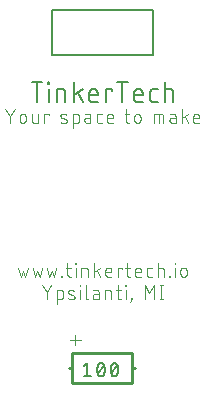
<source format=gbr>
G04 EAGLE Gerber X2 export*
%TF.Part,Single*%
%TF.FileFunction,Legend,Top,1*%
%TF.FilePolarity,Positive*%
%TF.GenerationSoftware,Autodesk,EAGLE,8.7.0*%
%TF.CreationDate,2018-06-27T00:28:53Z*%
G75*
%MOMM*%
%FSLAX34Y34*%
%LPD*%
%AMOC8*
5,1,8,0,0,1.08239X$1,22.5*%
G01*
%ADD10C,0.152400*%
%ADD11C,0.101600*%
%ADD12C,0.127000*%
%ADD13C,0.254000*%


D10*
X134940Y266192D02*
X134940Y282448D01*
X139455Y282448D02*
X130424Y282448D01*
X144839Y277029D02*
X144839Y266192D01*
X144388Y281545D02*
X144388Y282448D01*
X145291Y282448D01*
X145291Y281545D01*
X144388Y281545D01*
X151648Y277029D02*
X151648Y266192D01*
X151648Y277029D02*
X156163Y277029D01*
X156267Y277027D01*
X156370Y277021D01*
X156474Y277011D01*
X156577Y276997D01*
X156679Y276979D01*
X156780Y276958D01*
X156881Y276932D01*
X156980Y276903D01*
X157079Y276870D01*
X157176Y276833D01*
X157271Y276792D01*
X157365Y276748D01*
X157457Y276700D01*
X157547Y276649D01*
X157636Y276594D01*
X157722Y276536D01*
X157805Y276474D01*
X157887Y276410D01*
X157965Y276342D01*
X158041Y276272D01*
X158115Y276199D01*
X158185Y276122D01*
X158253Y276044D01*
X158317Y275962D01*
X158379Y275879D01*
X158437Y275793D01*
X158492Y275704D01*
X158543Y275614D01*
X158591Y275522D01*
X158635Y275428D01*
X158676Y275333D01*
X158713Y275236D01*
X158746Y275137D01*
X158775Y275038D01*
X158801Y274937D01*
X158822Y274836D01*
X158840Y274734D01*
X158854Y274631D01*
X158864Y274527D01*
X158870Y274424D01*
X158872Y274320D01*
X158873Y274320D02*
X158873Y266192D01*
X166406Y266192D02*
X166406Y282448D01*
X173631Y277029D02*
X166406Y271611D01*
X169567Y273868D02*
X173631Y266192D01*
X181972Y266192D02*
X186488Y266192D01*
X181972Y266192D02*
X181871Y266194D01*
X181770Y266200D01*
X181669Y266209D01*
X181568Y266222D01*
X181468Y266239D01*
X181369Y266260D01*
X181271Y266284D01*
X181174Y266312D01*
X181077Y266344D01*
X180982Y266379D01*
X180889Y266418D01*
X180797Y266460D01*
X180706Y266506D01*
X180618Y266555D01*
X180531Y266607D01*
X180446Y266663D01*
X180363Y266721D01*
X180283Y266783D01*
X180205Y266848D01*
X180129Y266915D01*
X180056Y266985D01*
X179986Y267058D01*
X179919Y267134D01*
X179854Y267212D01*
X179792Y267292D01*
X179734Y267375D01*
X179678Y267460D01*
X179626Y267547D01*
X179577Y267635D01*
X179531Y267726D01*
X179489Y267818D01*
X179450Y267911D01*
X179415Y268006D01*
X179383Y268103D01*
X179355Y268200D01*
X179331Y268298D01*
X179310Y268397D01*
X179293Y268497D01*
X179280Y268598D01*
X179271Y268699D01*
X179265Y268800D01*
X179263Y268901D01*
X179263Y273417D01*
X179265Y273536D01*
X179271Y273656D01*
X179281Y273775D01*
X179295Y273893D01*
X179312Y274012D01*
X179334Y274129D01*
X179359Y274246D01*
X179389Y274361D01*
X179422Y274476D01*
X179459Y274590D01*
X179499Y274702D01*
X179544Y274813D01*
X179592Y274922D01*
X179643Y275030D01*
X179698Y275136D01*
X179757Y275240D01*
X179819Y275342D01*
X179884Y275442D01*
X179953Y275540D01*
X180025Y275636D01*
X180100Y275729D01*
X180177Y275819D01*
X180258Y275907D01*
X180342Y275992D01*
X180429Y276074D01*
X180518Y276154D01*
X180610Y276230D01*
X180704Y276304D01*
X180801Y276374D01*
X180899Y276441D01*
X181000Y276505D01*
X181104Y276565D01*
X181209Y276622D01*
X181316Y276675D01*
X181424Y276725D01*
X181534Y276771D01*
X181646Y276813D01*
X181759Y276852D01*
X181873Y276887D01*
X181988Y276918D01*
X182105Y276946D01*
X182222Y276969D01*
X182339Y276989D01*
X182458Y277005D01*
X182577Y277017D01*
X182696Y277025D01*
X182815Y277029D01*
X182935Y277029D01*
X183054Y277025D01*
X183173Y277017D01*
X183292Y277005D01*
X183411Y276989D01*
X183528Y276969D01*
X183645Y276946D01*
X183762Y276918D01*
X183877Y276887D01*
X183991Y276852D01*
X184104Y276813D01*
X184216Y276771D01*
X184326Y276725D01*
X184434Y276675D01*
X184541Y276622D01*
X184646Y276565D01*
X184750Y276505D01*
X184851Y276441D01*
X184949Y276374D01*
X185046Y276304D01*
X185140Y276230D01*
X185232Y276154D01*
X185321Y276074D01*
X185408Y275992D01*
X185492Y275907D01*
X185573Y275819D01*
X185650Y275729D01*
X185725Y275636D01*
X185797Y275540D01*
X185866Y275442D01*
X185931Y275342D01*
X185993Y275240D01*
X186052Y275136D01*
X186107Y275030D01*
X186158Y274922D01*
X186206Y274813D01*
X186251Y274702D01*
X186291Y274590D01*
X186328Y274476D01*
X186361Y274361D01*
X186391Y274246D01*
X186416Y274129D01*
X186438Y274012D01*
X186455Y273893D01*
X186469Y273775D01*
X186479Y273656D01*
X186485Y273536D01*
X186487Y273417D01*
X186488Y273417D02*
X186488Y271611D01*
X179263Y271611D01*
X193416Y266192D02*
X193416Y277029D01*
X198835Y277029D01*
X198835Y275223D01*
X207364Y282448D02*
X207364Y266192D01*
X202849Y282448D02*
X211880Y282448D01*
X220008Y266192D02*
X224524Y266192D01*
X220008Y266192D02*
X219907Y266194D01*
X219806Y266200D01*
X219705Y266209D01*
X219604Y266222D01*
X219504Y266239D01*
X219405Y266260D01*
X219307Y266284D01*
X219210Y266312D01*
X219113Y266344D01*
X219018Y266379D01*
X218925Y266418D01*
X218833Y266460D01*
X218742Y266506D01*
X218654Y266555D01*
X218567Y266607D01*
X218482Y266663D01*
X218399Y266721D01*
X218319Y266783D01*
X218241Y266848D01*
X218165Y266915D01*
X218092Y266985D01*
X218022Y267058D01*
X217955Y267134D01*
X217890Y267212D01*
X217828Y267292D01*
X217770Y267375D01*
X217714Y267460D01*
X217662Y267547D01*
X217613Y267635D01*
X217567Y267726D01*
X217525Y267818D01*
X217486Y267911D01*
X217451Y268006D01*
X217419Y268103D01*
X217391Y268200D01*
X217367Y268298D01*
X217346Y268397D01*
X217329Y268497D01*
X217316Y268598D01*
X217307Y268699D01*
X217301Y268800D01*
X217299Y268901D01*
X217299Y273417D01*
X217301Y273536D01*
X217307Y273656D01*
X217317Y273775D01*
X217331Y273893D01*
X217348Y274012D01*
X217370Y274129D01*
X217395Y274246D01*
X217425Y274361D01*
X217458Y274476D01*
X217495Y274590D01*
X217535Y274702D01*
X217580Y274813D01*
X217628Y274922D01*
X217679Y275030D01*
X217734Y275136D01*
X217793Y275240D01*
X217855Y275342D01*
X217920Y275442D01*
X217989Y275540D01*
X218061Y275636D01*
X218136Y275729D01*
X218213Y275819D01*
X218294Y275907D01*
X218378Y275992D01*
X218465Y276074D01*
X218554Y276154D01*
X218646Y276230D01*
X218740Y276304D01*
X218837Y276374D01*
X218935Y276441D01*
X219036Y276505D01*
X219140Y276565D01*
X219245Y276622D01*
X219352Y276675D01*
X219460Y276725D01*
X219570Y276771D01*
X219682Y276813D01*
X219795Y276852D01*
X219909Y276887D01*
X220024Y276918D01*
X220141Y276946D01*
X220258Y276969D01*
X220375Y276989D01*
X220494Y277005D01*
X220613Y277017D01*
X220732Y277025D01*
X220851Y277029D01*
X220971Y277029D01*
X221090Y277025D01*
X221209Y277017D01*
X221328Y277005D01*
X221447Y276989D01*
X221564Y276969D01*
X221681Y276946D01*
X221798Y276918D01*
X221913Y276887D01*
X222027Y276852D01*
X222140Y276813D01*
X222252Y276771D01*
X222362Y276725D01*
X222470Y276675D01*
X222577Y276622D01*
X222682Y276565D01*
X222786Y276505D01*
X222887Y276441D01*
X222985Y276374D01*
X223082Y276304D01*
X223176Y276230D01*
X223268Y276154D01*
X223357Y276074D01*
X223444Y275992D01*
X223528Y275907D01*
X223609Y275819D01*
X223686Y275729D01*
X223761Y275636D01*
X223833Y275540D01*
X223902Y275442D01*
X223967Y275342D01*
X224029Y275240D01*
X224088Y275136D01*
X224143Y275030D01*
X224194Y274922D01*
X224242Y274813D01*
X224287Y274702D01*
X224327Y274590D01*
X224364Y274476D01*
X224397Y274361D01*
X224427Y274246D01*
X224452Y274129D01*
X224474Y274012D01*
X224491Y273893D01*
X224505Y273775D01*
X224515Y273656D01*
X224521Y273536D01*
X224523Y273417D01*
X224524Y273417D02*
X224524Y271611D01*
X217299Y271611D01*
X233573Y266192D02*
X237185Y266192D01*
X233573Y266192D02*
X233472Y266194D01*
X233371Y266200D01*
X233270Y266209D01*
X233169Y266222D01*
X233069Y266239D01*
X232970Y266260D01*
X232872Y266284D01*
X232775Y266312D01*
X232678Y266344D01*
X232583Y266379D01*
X232490Y266418D01*
X232398Y266460D01*
X232307Y266506D01*
X232219Y266555D01*
X232132Y266607D01*
X232047Y266663D01*
X231964Y266721D01*
X231884Y266783D01*
X231806Y266848D01*
X231730Y266915D01*
X231657Y266985D01*
X231587Y267058D01*
X231520Y267134D01*
X231455Y267212D01*
X231393Y267292D01*
X231335Y267375D01*
X231279Y267460D01*
X231227Y267547D01*
X231178Y267635D01*
X231132Y267726D01*
X231090Y267818D01*
X231051Y267911D01*
X231016Y268006D01*
X230984Y268103D01*
X230956Y268200D01*
X230932Y268298D01*
X230911Y268397D01*
X230894Y268497D01*
X230881Y268598D01*
X230872Y268699D01*
X230866Y268800D01*
X230864Y268901D01*
X230864Y274320D01*
X230866Y274421D01*
X230872Y274522D01*
X230881Y274623D01*
X230894Y274724D01*
X230911Y274824D01*
X230932Y274923D01*
X230956Y275021D01*
X230984Y275118D01*
X231016Y275215D01*
X231051Y275310D01*
X231090Y275403D01*
X231132Y275495D01*
X231178Y275586D01*
X231227Y275675D01*
X231279Y275761D01*
X231335Y275846D01*
X231393Y275929D01*
X231455Y276009D01*
X231520Y276087D01*
X231587Y276163D01*
X231657Y276236D01*
X231730Y276306D01*
X231806Y276373D01*
X231884Y276438D01*
X231964Y276500D01*
X232047Y276558D01*
X232132Y276614D01*
X232219Y276666D01*
X232307Y276715D01*
X232398Y276761D01*
X232490Y276803D01*
X232583Y276842D01*
X232678Y276877D01*
X232775Y276909D01*
X232872Y276937D01*
X232970Y276961D01*
X233069Y276982D01*
X233169Y276999D01*
X233270Y277012D01*
X233371Y277021D01*
X233472Y277027D01*
X233573Y277029D01*
X237185Y277029D01*
X243351Y282448D02*
X243351Y266192D01*
X243351Y277029D02*
X247867Y277029D01*
X247971Y277027D01*
X248074Y277021D01*
X248178Y277011D01*
X248281Y276997D01*
X248383Y276979D01*
X248484Y276958D01*
X248585Y276932D01*
X248684Y276903D01*
X248783Y276870D01*
X248880Y276833D01*
X248975Y276792D01*
X249069Y276748D01*
X249161Y276700D01*
X249251Y276649D01*
X249340Y276594D01*
X249426Y276536D01*
X249509Y276474D01*
X249591Y276410D01*
X249669Y276342D01*
X249745Y276272D01*
X249819Y276199D01*
X249889Y276122D01*
X249957Y276044D01*
X250021Y275962D01*
X250083Y275879D01*
X250141Y275793D01*
X250196Y275704D01*
X250247Y275614D01*
X250295Y275522D01*
X250339Y275428D01*
X250380Y275333D01*
X250417Y275236D01*
X250450Y275137D01*
X250479Y275038D01*
X250505Y274937D01*
X250526Y274836D01*
X250544Y274734D01*
X250558Y274631D01*
X250568Y274527D01*
X250574Y274424D01*
X250576Y274320D01*
X250576Y266192D01*
D11*
X112282Y254325D02*
X108388Y259842D01*
X112282Y254325D02*
X116177Y259842D01*
X112282Y254325D02*
X112282Y248158D01*
X120354Y250754D02*
X120354Y253351D01*
X120356Y253452D01*
X120362Y253552D01*
X120372Y253652D01*
X120385Y253752D01*
X120403Y253851D01*
X120424Y253950D01*
X120449Y254047D01*
X120478Y254144D01*
X120511Y254239D01*
X120547Y254333D01*
X120587Y254425D01*
X120630Y254516D01*
X120677Y254605D01*
X120727Y254692D01*
X120781Y254778D01*
X120838Y254861D01*
X120898Y254941D01*
X120961Y255020D01*
X121028Y255096D01*
X121097Y255169D01*
X121169Y255239D01*
X121243Y255307D01*
X121320Y255372D01*
X121400Y255433D01*
X121482Y255492D01*
X121566Y255547D01*
X121652Y255599D01*
X121740Y255648D01*
X121830Y255693D01*
X121922Y255735D01*
X122015Y255773D01*
X122110Y255807D01*
X122205Y255838D01*
X122302Y255865D01*
X122400Y255888D01*
X122499Y255908D01*
X122599Y255923D01*
X122699Y255935D01*
X122799Y255943D01*
X122900Y255947D01*
X123000Y255947D01*
X123101Y255943D01*
X123201Y255935D01*
X123301Y255923D01*
X123401Y255908D01*
X123500Y255888D01*
X123598Y255865D01*
X123695Y255838D01*
X123790Y255807D01*
X123885Y255773D01*
X123978Y255735D01*
X124070Y255693D01*
X124160Y255648D01*
X124248Y255599D01*
X124334Y255547D01*
X124418Y255492D01*
X124500Y255433D01*
X124580Y255372D01*
X124657Y255307D01*
X124731Y255239D01*
X124803Y255169D01*
X124872Y255096D01*
X124939Y255020D01*
X125002Y254941D01*
X125062Y254861D01*
X125119Y254778D01*
X125173Y254692D01*
X125223Y254605D01*
X125270Y254516D01*
X125313Y254425D01*
X125353Y254333D01*
X125389Y254239D01*
X125422Y254144D01*
X125451Y254047D01*
X125476Y253950D01*
X125497Y253851D01*
X125515Y253752D01*
X125528Y253652D01*
X125538Y253552D01*
X125544Y253452D01*
X125546Y253351D01*
X125547Y253351D02*
X125547Y250754D01*
X125546Y250754D02*
X125544Y250653D01*
X125538Y250553D01*
X125528Y250453D01*
X125515Y250353D01*
X125497Y250254D01*
X125476Y250155D01*
X125451Y250058D01*
X125422Y249961D01*
X125389Y249866D01*
X125353Y249772D01*
X125313Y249680D01*
X125270Y249589D01*
X125223Y249500D01*
X125173Y249413D01*
X125119Y249327D01*
X125062Y249244D01*
X125002Y249164D01*
X124939Y249085D01*
X124872Y249009D01*
X124803Y248936D01*
X124731Y248866D01*
X124657Y248798D01*
X124580Y248733D01*
X124500Y248672D01*
X124418Y248613D01*
X124334Y248558D01*
X124248Y248506D01*
X124160Y248457D01*
X124070Y248412D01*
X123978Y248370D01*
X123885Y248332D01*
X123790Y248298D01*
X123695Y248267D01*
X123598Y248240D01*
X123500Y248217D01*
X123401Y248197D01*
X123301Y248182D01*
X123201Y248170D01*
X123101Y248162D01*
X123000Y248158D01*
X122900Y248158D01*
X122799Y248162D01*
X122699Y248170D01*
X122599Y248182D01*
X122499Y248197D01*
X122400Y248217D01*
X122302Y248240D01*
X122205Y248267D01*
X122110Y248298D01*
X122015Y248332D01*
X121922Y248370D01*
X121830Y248412D01*
X121740Y248457D01*
X121652Y248506D01*
X121566Y248558D01*
X121482Y248613D01*
X121400Y248672D01*
X121320Y248733D01*
X121243Y248798D01*
X121169Y248866D01*
X121097Y248936D01*
X121028Y249009D01*
X120961Y249085D01*
X120898Y249164D01*
X120838Y249244D01*
X120781Y249327D01*
X120727Y249413D01*
X120677Y249500D01*
X120630Y249589D01*
X120587Y249680D01*
X120547Y249772D01*
X120511Y249866D01*
X120478Y249961D01*
X120449Y250058D01*
X120424Y250155D01*
X120403Y250254D01*
X120385Y250353D01*
X120372Y250453D01*
X120362Y250553D01*
X120356Y250653D01*
X120354Y250754D01*
X130641Y250105D02*
X130641Y255947D01*
X130641Y250105D02*
X130643Y250018D01*
X130649Y249930D01*
X130659Y249844D01*
X130672Y249757D01*
X130690Y249672D01*
X130711Y249587D01*
X130736Y249503D01*
X130765Y249421D01*
X130798Y249340D01*
X130834Y249260D01*
X130873Y249182D01*
X130917Y249106D01*
X130963Y249032D01*
X131013Y248961D01*
X131066Y248891D01*
X131122Y248824D01*
X131181Y248760D01*
X131243Y248698D01*
X131307Y248639D01*
X131374Y248583D01*
X131444Y248530D01*
X131515Y248480D01*
X131589Y248434D01*
X131665Y248390D01*
X131743Y248351D01*
X131823Y248315D01*
X131904Y248282D01*
X131986Y248253D01*
X132070Y248228D01*
X132155Y248207D01*
X132240Y248189D01*
X132327Y248176D01*
X132413Y248166D01*
X132501Y248160D01*
X132588Y248158D01*
X135834Y248158D01*
X135834Y255947D01*
X141375Y255947D02*
X141375Y248158D01*
X141375Y255947D02*
X145270Y255947D01*
X145270Y254649D01*
X155998Y252702D02*
X159244Y251404D01*
X155998Y252701D02*
X155923Y252734D01*
X155849Y252770D01*
X155777Y252809D01*
X155707Y252852D01*
X155640Y252898D01*
X155574Y252948D01*
X155512Y253000D01*
X155451Y253056D01*
X155394Y253114D01*
X155339Y253175D01*
X155288Y253239D01*
X155240Y253305D01*
X155195Y253374D01*
X155153Y253444D01*
X155115Y253517D01*
X155080Y253591D01*
X155049Y253667D01*
X155022Y253744D01*
X154999Y253823D01*
X154979Y253902D01*
X154964Y253983D01*
X154952Y254064D01*
X154944Y254146D01*
X154940Y254227D01*
X154941Y254309D01*
X154945Y254391D01*
X154953Y254473D01*
X154965Y254554D01*
X154981Y254634D01*
X155001Y254714D01*
X155025Y254792D01*
X155053Y254869D01*
X155084Y254945D01*
X155119Y255019D01*
X155157Y255091D01*
X155199Y255162D01*
X155245Y255230D01*
X155293Y255296D01*
X155345Y255359D01*
X155400Y255420D01*
X155458Y255478D01*
X155518Y255534D01*
X155581Y255586D01*
X155647Y255635D01*
X155715Y255681D01*
X155785Y255723D01*
X155857Y255763D01*
X155931Y255798D01*
X156006Y255830D01*
X156083Y255858D01*
X156161Y255882D01*
X156241Y255903D01*
X156321Y255920D01*
X156402Y255932D01*
X156483Y255941D01*
X156565Y255946D01*
X156647Y255947D01*
X156824Y255943D01*
X157001Y255934D01*
X157178Y255920D01*
X157355Y255903D01*
X157530Y255881D01*
X157706Y255856D01*
X157880Y255825D01*
X158054Y255791D01*
X158227Y255753D01*
X158399Y255710D01*
X158570Y255663D01*
X158740Y255613D01*
X158909Y255558D01*
X159076Y255499D01*
X159241Y255436D01*
X159406Y255369D01*
X159568Y255298D01*
X159244Y251404D02*
X159319Y251371D01*
X159393Y251335D01*
X159465Y251296D01*
X159535Y251253D01*
X159602Y251207D01*
X159668Y251157D01*
X159730Y251105D01*
X159791Y251049D01*
X159848Y250991D01*
X159903Y250930D01*
X159954Y250866D01*
X160002Y250800D01*
X160047Y250731D01*
X160089Y250661D01*
X160127Y250588D01*
X160162Y250514D01*
X160193Y250438D01*
X160220Y250361D01*
X160243Y250282D01*
X160263Y250203D01*
X160278Y250122D01*
X160290Y250041D01*
X160298Y249959D01*
X160302Y249878D01*
X160301Y249796D01*
X160297Y249714D01*
X160289Y249632D01*
X160277Y249551D01*
X160261Y249471D01*
X160241Y249391D01*
X160217Y249313D01*
X160189Y249236D01*
X160158Y249160D01*
X160123Y249086D01*
X160085Y249014D01*
X160043Y248943D01*
X159997Y248875D01*
X159949Y248809D01*
X159897Y248746D01*
X159842Y248685D01*
X159784Y248627D01*
X159724Y248571D01*
X159661Y248519D01*
X159595Y248470D01*
X159527Y248424D01*
X159457Y248382D01*
X159385Y248342D01*
X159311Y248307D01*
X159236Y248275D01*
X159159Y248247D01*
X159081Y248223D01*
X159001Y248202D01*
X158921Y248185D01*
X158840Y248173D01*
X158759Y248164D01*
X158677Y248159D01*
X158595Y248158D01*
X158335Y248165D01*
X158075Y248178D01*
X157815Y248197D01*
X157556Y248222D01*
X157297Y248254D01*
X157040Y248291D01*
X156783Y248335D01*
X156527Y248384D01*
X156273Y248440D01*
X156020Y248501D01*
X155769Y248569D01*
X155519Y248643D01*
X155271Y248722D01*
X155025Y248807D01*
X165371Y244263D02*
X165371Y255947D01*
X168616Y255947D01*
X168703Y255945D01*
X168791Y255939D01*
X168877Y255929D01*
X168964Y255916D01*
X169049Y255898D01*
X169134Y255877D01*
X169218Y255852D01*
X169300Y255823D01*
X169381Y255790D01*
X169461Y255754D01*
X169539Y255715D01*
X169615Y255671D01*
X169689Y255625D01*
X169760Y255575D01*
X169830Y255522D01*
X169897Y255466D01*
X169961Y255407D01*
X170023Y255346D01*
X170082Y255281D01*
X170138Y255214D01*
X170191Y255144D01*
X170241Y255073D01*
X170287Y254999D01*
X170331Y254923D01*
X170370Y254845D01*
X170406Y254765D01*
X170439Y254684D01*
X170468Y254602D01*
X170493Y254518D01*
X170514Y254433D01*
X170532Y254348D01*
X170545Y254261D01*
X170555Y254175D01*
X170561Y254087D01*
X170563Y254000D01*
X170564Y254000D02*
X170564Y250105D01*
X170563Y250105D02*
X170561Y250018D01*
X170555Y249930D01*
X170545Y249844D01*
X170532Y249757D01*
X170514Y249672D01*
X170493Y249587D01*
X170468Y249503D01*
X170439Y249421D01*
X170406Y249340D01*
X170370Y249260D01*
X170331Y249182D01*
X170287Y249106D01*
X170241Y249032D01*
X170191Y248961D01*
X170138Y248891D01*
X170082Y248824D01*
X170023Y248760D01*
X169961Y248698D01*
X169897Y248639D01*
X169830Y248583D01*
X169760Y248530D01*
X169689Y248480D01*
X169615Y248434D01*
X169539Y248390D01*
X169461Y248351D01*
X169381Y248315D01*
X169300Y248282D01*
X169218Y248253D01*
X169134Y248228D01*
X169049Y248207D01*
X168964Y248189D01*
X168877Y248176D01*
X168791Y248166D01*
X168703Y248160D01*
X168616Y248158D01*
X165371Y248158D01*
X177431Y252702D02*
X180352Y252702D01*
X177431Y252702D02*
X177337Y252700D01*
X177243Y252694D01*
X177150Y252685D01*
X177057Y252671D01*
X176965Y252654D01*
X176873Y252632D01*
X176783Y252608D01*
X176693Y252579D01*
X176605Y252547D01*
X176518Y252511D01*
X176433Y252471D01*
X176350Y252428D01*
X176268Y252382D01*
X176188Y252332D01*
X176111Y252279D01*
X176036Y252223D01*
X175963Y252164D01*
X175892Y252102D01*
X175824Y252037D01*
X175759Y251969D01*
X175697Y251898D01*
X175638Y251825D01*
X175582Y251750D01*
X175529Y251673D01*
X175479Y251593D01*
X175433Y251511D01*
X175390Y251428D01*
X175350Y251343D01*
X175314Y251256D01*
X175282Y251168D01*
X175253Y251078D01*
X175229Y250988D01*
X175207Y250896D01*
X175190Y250804D01*
X175176Y250711D01*
X175167Y250618D01*
X175161Y250524D01*
X175159Y250430D01*
X175161Y250336D01*
X175167Y250242D01*
X175176Y250149D01*
X175190Y250056D01*
X175207Y249964D01*
X175229Y249872D01*
X175253Y249782D01*
X175282Y249692D01*
X175314Y249604D01*
X175350Y249517D01*
X175390Y249432D01*
X175433Y249349D01*
X175479Y249267D01*
X175529Y249187D01*
X175582Y249110D01*
X175638Y249035D01*
X175697Y248962D01*
X175759Y248891D01*
X175824Y248823D01*
X175892Y248758D01*
X175963Y248696D01*
X176036Y248637D01*
X176111Y248581D01*
X176188Y248528D01*
X176268Y248478D01*
X176350Y248432D01*
X176433Y248389D01*
X176518Y248349D01*
X176605Y248313D01*
X176693Y248281D01*
X176783Y248252D01*
X176873Y248228D01*
X176965Y248206D01*
X177057Y248189D01*
X177150Y248175D01*
X177243Y248166D01*
X177337Y248160D01*
X177431Y248158D01*
X180352Y248158D01*
X180352Y254000D01*
X180351Y254000D02*
X180349Y254087D01*
X180343Y254175D01*
X180333Y254261D01*
X180320Y254348D01*
X180302Y254433D01*
X180281Y254518D01*
X180256Y254602D01*
X180227Y254684D01*
X180194Y254765D01*
X180158Y254845D01*
X180119Y254923D01*
X180075Y254999D01*
X180029Y255073D01*
X179979Y255144D01*
X179926Y255214D01*
X179870Y255281D01*
X179811Y255345D01*
X179749Y255407D01*
X179685Y255466D01*
X179618Y255522D01*
X179548Y255575D01*
X179477Y255625D01*
X179403Y255671D01*
X179327Y255715D01*
X179249Y255754D01*
X179169Y255790D01*
X179088Y255823D01*
X179006Y255852D01*
X178922Y255877D01*
X178837Y255898D01*
X178752Y255916D01*
X178665Y255929D01*
X178579Y255939D01*
X178491Y255945D01*
X178404Y255947D01*
X175808Y255947D01*
X187465Y248158D02*
X190062Y248158D01*
X187465Y248158D02*
X187378Y248160D01*
X187290Y248166D01*
X187204Y248176D01*
X187117Y248189D01*
X187032Y248207D01*
X186947Y248228D01*
X186863Y248253D01*
X186781Y248282D01*
X186700Y248315D01*
X186620Y248351D01*
X186542Y248390D01*
X186466Y248434D01*
X186392Y248480D01*
X186321Y248530D01*
X186251Y248583D01*
X186184Y248639D01*
X186120Y248698D01*
X186058Y248760D01*
X185999Y248824D01*
X185943Y248891D01*
X185890Y248961D01*
X185840Y249032D01*
X185794Y249106D01*
X185750Y249182D01*
X185711Y249260D01*
X185675Y249340D01*
X185642Y249421D01*
X185613Y249503D01*
X185588Y249587D01*
X185567Y249672D01*
X185549Y249757D01*
X185536Y249844D01*
X185526Y249930D01*
X185520Y250018D01*
X185518Y250105D01*
X185518Y254000D01*
X185520Y254087D01*
X185526Y254175D01*
X185536Y254261D01*
X185549Y254348D01*
X185567Y254433D01*
X185588Y254518D01*
X185613Y254602D01*
X185642Y254684D01*
X185675Y254765D01*
X185711Y254845D01*
X185750Y254923D01*
X185794Y254999D01*
X185840Y255073D01*
X185890Y255144D01*
X185943Y255214D01*
X185999Y255281D01*
X186058Y255345D01*
X186120Y255407D01*
X186184Y255466D01*
X186251Y255522D01*
X186321Y255575D01*
X186392Y255625D01*
X186466Y255671D01*
X186542Y255715D01*
X186620Y255754D01*
X186700Y255790D01*
X186781Y255823D01*
X186863Y255852D01*
X186947Y255877D01*
X187032Y255898D01*
X187117Y255916D01*
X187204Y255929D01*
X187290Y255939D01*
X187378Y255945D01*
X187465Y255947D01*
X190062Y255947D01*
X196215Y248158D02*
X199461Y248158D01*
X196215Y248158D02*
X196128Y248160D01*
X196040Y248166D01*
X195954Y248176D01*
X195867Y248189D01*
X195782Y248207D01*
X195697Y248228D01*
X195613Y248253D01*
X195531Y248282D01*
X195450Y248315D01*
X195370Y248351D01*
X195292Y248390D01*
X195216Y248434D01*
X195142Y248480D01*
X195071Y248530D01*
X195001Y248583D01*
X194934Y248639D01*
X194870Y248698D01*
X194808Y248760D01*
X194749Y248824D01*
X194693Y248891D01*
X194640Y248961D01*
X194590Y249032D01*
X194544Y249106D01*
X194500Y249182D01*
X194461Y249260D01*
X194425Y249340D01*
X194392Y249421D01*
X194363Y249503D01*
X194338Y249587D01*
X194317Y249672D01*
X194299Y249757D01*
X194286Y249844D01*
X194276Y249930D01*
X194270Y250018D01*
X194268Y250105D01*
X194268Y253351D01*
X194270Y253452D01*
X194276Y253552D01*
X194286Y253652D01*
X194299Y253752D01*
X194317Y253851D01*
X194338Y253950D01*
X194363Y254047D01*
X194392Y254144D01*
X194425Y254239D01*
X194461Y254333D01*
X194501Y254425D01*
X194544Y254516D01*
X194591Y254605D01*
X194641Y254692D01*
X194695Y254778D01*
X194752Y254861D01*
X194812Y254941D01*
X194875Y255020D01*
X194942Y255096D01*
X195011Y255169D01*
X195083Y255239D01*
X195157Y255307D01*
X195234Y255372D01*
X195314Y255433D01*
X195396Y255492D01*
X195480Y255547D01*
X195566Y255599D01*
X195654Y255648D01*
X195744Y255693D01*
X195836Y255735D01*
X195929Y255773D01*
X196024Y255807D01*
X196119Y255838D01*
X196216Y255865D01*
X196314Y255888D01*
X196413Y255908D01*
X196513Y255923D01*
X196613Y255935D01*
X196713Y255943D01*
X196814Y255947D01*
X196914Y255947D01*
X197015Y255943D01*
X197115Y255935D01*
X197215Y255923D01*
X197315Y255908D01*
X197414Y255888D01*
X197512Y255865D01*
X197609Y255838D01*
X197704Y255807D01*
X197799Y255773D01*
X197892Y255735D01*
X197984Y255693D01*
X198074Y255648D01*
X198162Y255599D01*
X198248Y255547D01*
X198332Y255492D01*
X198414Y255433D01*
X198494Y255372D01*
X198571Y255307D01*
X198645Y255239D01*
X198717Y255169D01*
X198786Y255096D01*
X198853Y255020D01*
X198916Y254941D01*
X198976Y254861D01*
X199033Y254778D01*
X199087Y254692D01*
X199137Y254605D01*
X199184Y254516D01*
X199227Y254425D01*
X199267Y254333D01*
X199303Y254239D01*
X199336Y254144D01*
X199365Y254047D01*
X199390Y253950D01*
X199411Y253851D01*
X199429Y253752D01*
X199442Y253652D01*
X199452Y253552D01*
X199458Y253452D01*
X199460Y253351D01*
X199461Y253351D02*
X199461Y252053D01*
X194268Y252053D01*
X209302Y255947D02*
X213197Y255947D01*
X210601Y259842D02*
X210601Y250105D01*
X210603Y250018D01*
X210609Y249930D01*
X210619Y249844D01*
X210632Y249757D01*
X210650Y249672D01*
X210671Y249587D01*
X210696Y249503D01*
X210725Y249421D01*
X210758Y249340D01*
X210794Y249260D01*
X210833Y249182D01*
X210877Y249106D01*
X210923Y249032D01*
X210973Y248961D01*
X211026Y248891D01*
X211082Y248824D01*
X211141Y248760D01*
X211203Y248698D01*
X211267Y248639D01*
X211334Y248583D01*
X211404Y248530D01*
X211475Y248480D01*
X211549Y248434D01*
X211625Y248390D01*
X211703Y248351D01*
X211783Y248315D01*
X211864Y248282D01*
X211946Y248253D01*
X212030Y248228D01*
X212115Y248207D01*
X212200Y248189D01*
X212287Y248176D01*
X212373Y248166D01*
X212461Y248160D01*
X212548Y248158D01*
X213197Y248158D01*
X217509Y250754D02*
X217509Y253351D01*
X217511Y253452D01*
X217517Y253552D01*
X217527Y253652D01*
X217540Y253752D01*
X217558Y253851D01*
X217579Y253950D01*
X217604Y254047D01*
X217633Y254144D01*
X217666Y254239D01*
X217702Y254333D01*
X217742Y254425D01*
X217785Y254516D01*
X217832Y254605D01*
X217882Y254692D01*
X217936Y254778D01*
X217993Y254861D01*
X218053Y254941D01*
X218116Y255020D01*
X218183Y255096D01*
X218252Y255169D01*
X218324Y255239D01*
X218398Y255307D01*
X218475Y255372D01*
X218555Y255433D01*
X218637Y255492D01*
X218721Y255547D01*
X218807Y255599D01*
X218895Y255648D01*
X218985Y255693D01*
X219077Y255735D01*
X219170Y255773D01*
X219265Y255807D01*
X219360Y255838D01*
X219457Y255865D01*
X219555Y255888D01*
X219654Y255908D01*
X219754Y255923D01*
X219854Y255935D01*
X219954Y255943D01*
X220055Y255947D01*
X220155Y255947D01*
X220256Y255943D01*
X220356Y255935D01*
X220456Y255923D01*
X220556Y255908D01*
X220655Y255888D01*
X220753Y255865D01*
X220850Y255838D01*
X220945Y255807D01*
X221040Y255773D01*
X221133Y255735D01*
X221225Y255693D01*
X221315Y255648D01*
X221403Y255599D01*
X221489Y255547D01*
X221573Y255492D01*
X221655Y255433D01*
X221735Y255372D01*
X221812Y255307D01*
X221886Y255239D01*
X221958Y255169D01*
X222027Y255096D01*
X222094Y255020D01*
X222157Y254941D01*
X222217Y254861D01*
X222274Y254778D01*
X222328Y254692D01*
X222378Y254605D01*
X222425Y254516D01*
X222468Y254425D01*
X222508Y254333D01*
X222544Y254239D01*
X222577Y254144D01*
X222606Y254047D01*
X222631Y253950D01*
X222652Y253851D01*
X222670Y253752D01*
X222683Y253652D01*
X222693Y253552D01*
X222699Y253452D01*
X222701Y253351D01*
X222702Y253351D02*
X222702Y250754D01*
X222701Y250754D02*
X222699Y250653D01*
X222693Y250553D01*
X222683Y250453D01*
X222670Y250353D01*
X222652Y250254D01*
X222631Y250155D01*
X222606Y250058D01*
X222577Y249961D01*
X222544Y249866D01*
X222508Y249772D01*
X222468Y249680D01*
X222425Y249589D01*
X222378Y249500D01*
X222328Y249413D01*
X222274Y249327D01*
X222217Y249244D01*
X222157Y249164D01*
X222094Y249085D01*
X222027Y249009D01*
X221958Y248936D01*
X221886Y248866D01*
X221812Y248798D01*
X221735Y248733D01*
X221655Y248672D01*
X221573Y248613D01*
X221489Y248558D01*
X221403Y248506D01*
X221315Y248457D01*
X221225Y248412D01*
X221133Y248370D01*
X221040Y248332D01*
X220945Y248298D01*
X220850Y248267D01*
X220753Y248240D01*
X220655Y248217D01*
X220556Y248197D01*
X220456Y248182D01*
X220356Y248170D01*
X220256Y248162D01*
X220155Y248158D01*
X220055Y248158D01*
X219954Y248162D01*
X219854Y248170D01*
X219754Y248182D01*
X219654Y248197D01*
X219555Y248217D01*
X219457Y248240D01*
X219360Y248267D01*
X219265Y248298D01*
X219170Y248332D01*
X219077Y248370D01*
X218985Y248412D01*
X218895Y248457D01*
X218807Y248506D01*
X218721Y248558D01*
X218637Y248613D01*
X218555Y248672D01*
X218475Y248733D01*
X218398Y248798D01*
X218324Y248866D01*
X218252Y248936D01*
X218183Y249009D01*
X218116Y249085D01*
X218053Y249164D01*
X217993Y249244D01*
X217936Y249327D01*
X217882Y249413D01*
X217832Y249500D01*
X217785Y249589D01*
X217742Y249680D01*
X217702Y249772D01*
X217666Y249866D01*
X217633Y249961D01*
X217604Y250058D01*
X217579Y250155D01*
X217558Y250254D01*
X217540Y250353D01*
X217527Y250453D01*
X217517Y250553D01*
X217511Y250653D01*
X217509Y250754D01*
X234117Y248158D02*
X234117Y255947D01*
X239959Y255947D01*
X240046Y255945D01*
X240134Y255939D01*
X240220Y255929D01*
X240307Y255916D01*
X240392Y255898D01*
X240477Y255877D01*
X240561Y255852D01*
X240643Y255823D01*
X240724Y255790D01*
X240804Y255754D01*
X240882Y255715D01*
X240958Y255671D01*
X241032Y255625D01*
X241103Y255575D01*
X241173Y255522D01*
X241240Y255466D01*
X241304Y255407D01*
X241366Y255345D01*
X241425Y255281D01*
X241481Y255214D01*
X241534Y255144D01*
X241584Y255073D01*
X241630Y254999D01*
X241674Y254923D01*
X241713Y254845D01*
X241749Y254765D01*
X241782Y254684D01*
X241811Y254602D01*
X241836Y254518D01*
X241857Y254433D01*
X241875Y254348D01*
X241888Y254261D01*
X241898Y254175D01*
X241904Y254087D01*
X241906Y254000D01*
X241907Y254000D02*
X241907Y248158D01*
X238012Y248158D02*
X238012Y255947D01*
X249440Y252702D02*
X252361Y252702D01*
X249440Y252702D02*
X249346Y252700D01*
X249252Y252694D01*
X249159Y252685D01*
X249066Y252671D01*
X248974Y252654D01*
X248882Y252632D01*
X248792Y252608D01*
X248702Y252579D01*
X248614Y252547D01*
X248527Y252511D01*
X248442Y252471D01*
X248359Y252428D01*
X248277Y252382D01*
X248197Y252332D01*
X248120Y252279D01*
X248045Y252223D01*
X247972Y252164D01*
X247901Y252102D01*
X247833Y252037D01*
X247768Y251969D01*
X247706Y251898D01*
X247647Y251825D01*
X247591Y251750D01*
X247538Y251673D01*
X247488Y251593D01*
X247442Y251511D01*
X247399Y251428D01*
X247359Y251343D01*
X247323Y251256D01*
X247291Y251168D01*
X247262Y251078D01*
X247238Y250988D01*
X247216Y250896D01*
X247199Y250804D01*
X247185Y250711D01*
X247176Y250618D01*
X247170Y250524D01*
X247168Y250430D01*
X247170Y250336D01*
X247176Y250242D01*
X247185Y250149D01*
X247199Y250056D01*
X247216Y249964D01*
X247238Y249872D01*
X247262Y249782D01*
X247291Y249692D01*
X247323Y249604D01*
X247359Y249517D01*
X247399Y249432D01*
X247442Y249349D01*
X247488Y249267D01*
X247538Y249187D01*
X247591Y249110D01*
X247647Y249035D01*
X247706Y248962D01*
X247768Y248891D01*
X247833Y248823D01*
X247901Y248758D01*
X247972Y248696D01*
X248045Y248637D01*
X248120Y248581D01*
X248197Y248528D01*
X248277Y248478D01*
X248359Y248432D01*
X248442Y248389D01*
X248527Y248349D01*
X248614Y248313D01*
X248702Y248281D01*
X248792Y248252D01*
X248882Y248228D01*
X248974Y248206D01*
X249066Y248189D01*
X249159Y248175D01*
X249252Y248166D01*
X249346Y248160D01*
X249440Y248158D01*
X252361Y248158D01*
X252361Y254000D01*
X252360Y254000D02*
X252358Y254087D01*
X252352Y254175D01*
X252342Y254261D01*
X252329Y254348D01*
X252311Y254433D01*
X252290Y254518D01*
X252265Y254602D01*
X252236Y254684D01*
X252203Y254765D01*
X252167Y254845D01*
X252128Y254923D01*
X252084Y254999D01*
X252038Y255073D01*
X251988Y255144D01*
X251935Y255214D01*
X251879Y255281D01*
X251820Y255345D01*
X251758Y255407D01*
X251694Y255466D01*
X251627Y255522D01*
X251557Y255575D01*
X251486Y255625D01*
X251412Y255671D01*
X251336Y255715D01*
X251258Y255754D01*
X251178Y255790D01*
X251097Y255823D01*
X251015Y255852D01*
X250931Y255877D01*
X250846Y255898D01*
X250761Y255916D01*
X250674Y255929D01*
X250588Y255939D01*
X250500Y255945D01*
X250413Y255947D01*
X247817Y255947D01*
X258030Y259842D02*
X258030Y248158D01*
X258030Y252053D02*
X263223Y255947D01*
X260302Y253675D02*
X263223Y248158D01*
X269367Y248158D02*
X272612Y248158D01*
X269367Y248158D02*
X269280Y248160D01*
X269192Y248166D01*
X269106Y248176D01*
X269019Y248189D01*
X268934Y248207D01*
X268849Y248228D01*
X268765Y248253D01*
X268683Y248282D01*
X268602Y248315D01*
X268522Y248351D01*
X268444Y248390D01*
X268368Y248434D01*
X268294Y248480D01*
X268223Y248530D01*
X268153Y248583D01*
X268086Y248639D01*
X268022Y248698D01*
X267960Y248760D01*
X267901Y248824D01*
X267845Y248891D01*
X267792Y248961D01*
X267742Y249032D01*
X267696Y249106D01*
X267652Y249182D01*
X267613Y249260D01*
X267577Y249340D01*
X267544Y249421D01*
X267515Y249503D01*
X267490Y249587D01*
X267469Y249672D01*
X267451Y249757D01*
X267438Y249844D01*
X267428Y249930D01*
X267422Y250018D01*
X267420Y250105D01*
X267420Y253351D01*
X267422Y253452D01*
X267428Y253552D01*
X267438Y253652D01*
X267451Y253752D01*
X267469Y253851D01*
X267490Y253950D01*
X267515Y254047D01*
X267544Y254144D01*
X267577Y254239D01*
X267613Y254333D01*
X267653Y254425D01*
X267696Y254516D01*
X267743Y254605D01*
X267793Y254692D01*
X267847Y254778D01*
X267904Y254861D01*
X267964Y254941D01*
X268027Y255020D01*
X268094Y255096D01*
X268163Y255169D01*
X268235Y255239D01*
X268309Y255307D01*
X268386Y255372D01*
X268466Y255433D01*
X268548Y255492D01*
X268632Y255547D01*
X268718Y255599D01*
X268806Y255648D01*
X268896Y255693D01*
X268988Y255735D01*
X269081Y255773D01*
X269176Y255807D01*
X269271Y255838D01*
X269368Y255865D01*
X269466Y255888D01*
X269565Y255908D01*
X269665Y255923D01*
X269765Y255935D01*
X269865Y255943D01*
X269966Y255947D01*
X270066Y255947D01*
X270167Y255943D01*
X270267Y255935D01*
X270367Y255923D01*
X270467Y255908D01*
X270566Y255888D01*
X270664Y255865D01*
X270761Y255838D01*
X270856Y255807D01*
X270951Y255773D01*
X271044Y255735D01*
X271136Y255693D01*
X271226Y255648D01*
X271314Y255599D01*
X271400Y255547D01*
X271484Y255492D01*
X271566Y255433D01*
X271646Y255372D01*
X271723Y255307D01*
X271797Y255239D01*
X271869Y255169D01*
X271938Y255096D01*
X272005Y255020D01*
X272068Y254941D01*
X272128Y254861D01*
X272185Y254778D01*
X272239Y254692D01*
X272289Y254605D01*
X272336Y254516D01*
X272379Y254425D01*
X272419Y254333D01*
X272455Y254239D01*
X272488Y254144D01*
X272517Y254047D01*
X272542Y253950D01*
X272563Y253851D01*
X272581Y253752D01*
X272594Y253652D01*
X272604Y253552D01*
X272610Y253452D01*
X272612Y253351D01*
X272612Y252053D01*
X267420Y252053D01*
X119246Y125772D02*
X121193Y117983D01*
X123141Y123176D01*
X125088Y117983D01*
X127035Y125772D01*
X131438Y125772D02*
X133385Y117983D01*
X135333Y123176D01*
X137280Y117983D01*
X139227Y125772D01*
X143630Y125772D02*
X145577Y117983D01*
X147525Y123176D01*
X149472Y117983D01*
X151419Y125772D01*
X155582Y118632D02*
X155582Y117983D01*
X155582Y118632D02*
X156231Y118632D01*
X156231Y117983D01*
X155582Y117983D01*
X159582Y125772D02*
X163477Y125772D01*
X160880Y129667D02*
X160880Y119930D01*
X160881Y119930D02*
X160883Y119843D01*
X160889Y119755D01*
X160899Y119669D01*
X160912Y119582D01*
X160930Y119497D01*
X160951Y119412D01*
X160976Y119328D01*
X161005Y119246D01*
X161038Y119165D01*
X161074Y119085D01*
X161113Y119007D01*
X161157Y118931D01*
X161203Y118857D01*
X161253Y118786D01*
X161306Y118716D01*
X161362Y118649D01*
X161421Y118585D01*
X161483Y118523D01*
X161547Y118464D01*
X161614Y118408D01*
X161684Y118355D01*
X161755Y118305D01*
X161829Y118259D01*
X161905Y118215D01*
X161983Y118176D01*
X162063Y118140D01*
X162144Y118107D01*
X162226Y118078D01*
X162310Y118053D01*
X162395Y118032D01*
X162480Y118014D01*
X162567Y118001D01*
X162653Y117991D01*
X162741Y117985D01*
X162828Y117983D01*
X163477Y117983D01*
X167718Y117983D02*
X167718Y125772D01*
X167393Y129018D02*
X167393Y129667D01*
X168042Y129667D01*
X168042Y129018D01*
X167393Y129018D01*
X172741Y125772D02*
X172741Y117983D01*
X172741Y125772D02*
X175987Y125772D01*
X176074Y125770D01*
X176162Y125764D01*
X176248Y125754D01*
X176335Y125741D01*
X176420Y125723D01*
X176505Y125702D01*
X176589Y125677D01*
X176671Y125648D01*
X176752Y125615D01*
X176832Y125579D01*
X176910Y125540D01*
X176986Y125496D01*
X177060Y125450D01*
X177131Y125400D01*
X177201Y125347D01*
X177268Y125291D01*
X177332Y125232D01*
X177394Y125171D01*
X177453Y125106D01*
X177509Y125039D01*
X177562Y124969D01*
X177612Y124898D01*
X177658Y124824D01*
X177702Y124748D01*
X177741Y124670D01*
X177777Y124590D01*
X177810Y124509D01*
X177839Y124427D01*
X177864Y124343D01*
X177885Y124258D01*
X177903Y124173D01*
X177916Y124086D01*
X177926Y124000D01*
X177932Y123912D01*
X177934Y123825D01*
X177934Y117983D01*
X183545Y117983D02*
X183545Y129667D01*
X188738Y125772D02*
X183545Y121878D01*
X185817Y123500D02*
X188738Y117983D01*
X194882Y117983D02*
X198127Y117983D01*
X194882Y117983D02*
X194795Y117985D01*
X194707Y117991D01*
X194621Y118001D01*
X194534Y118014D01*
X194449Y118032D01*
X194364Y118053D01*
X194280Y118078D01*
X194198Y118107D01*
X194117Y118140D01*
X194037Y118176D01*
X193959Y118215D01*
X193883Y118259D01*
X193809Y118305D01*
X193738Y118355D01*
X193668Y118408D01*
X193601Y118464D01*
X193537Y118523D01*
X193475Y118585D01*
X193416Y118649D01*
X193360Y118716D01*
X193307Y118786D01*
X193257Y118857D01*
X193211Y118931D01*
X193167Y119007D01*
X193128Y119085D01*
X193092Y119165D01*
X193059Y119246D01*
X193030Y119328D01*
X193005Y119412D01*
X192984Y119497D01*
X192966Y119582D01*
X192953Y119669D01*
X192943Y119755D01*
X192937Y119843D01*
X192935Y119930D01*
X192934Y119930D02*
X192934Y123176D01*
X192935Y123176D02*
X192937Y123277D01*
X192943Y123377D01*
X192953Y123477D01*
X192966Y123577D01*
X192984Y123676D01*
X193005Y123775D01*
X193030Y123872D01*
X193059Y123969D01*
X193092Y124064D01*
X193128Y124158D01*
X193168Y124250D01*
X193211Y124341D01*
X193258Y124430D01*
X193308Y124517D01*
X193362Y124603D01*
X193419Y124686D01*
X193479Y124766D01*
X193542Y124845D01*
X193609Y124921D01*
X193678Y124994D01*
X193750Y125064D01*
X193824Y125132D01*
X193901Y125197D01*
X193981Y125258D01*
X194063Y125317D01*
X194147Y125372D01*
X194233Y125424D01*
X194321Y125473D01*
X194411Y125518D01*
X194503Y125560D01*
X194596Y125598D01*
X194691Y125632D01*
X194786Y125663D01*
X194883Y125690D01*
X194981Y125713D01*
X195080Y125733D01*
X195180Y125748D01*
X195280Y125760D01*
X195380Y125768D01*
X195481Y125772D01*
X195581Y125772D01*
X195682Y125768D01*
X195782Y125760D01*
X195882Y125748D01*
X195982Y125733D01*
X196081Y125713D01*
X196179Y125690D01*
X196276Y125663D01*
X196371Y125632D01*
X196466Y125598D01*
X196559Y125560D01*
X196651Y125518D01*
X196741Y125473D01*
X196829Y125424D01*
X196915Y125372D01*
X196999Y125317D01*
X197081Y125258D01*
X197161Y125197D01*
X197238Y125132D01*
X197312Y125064D01*
X197384Y124994D01*
X197453Y124921D01*
X197520Y124845D01*
X197583Y124766D01*
X197643Y124686D01*
X197700Y124603D01*
X197754Y124517D01*
X197804Y124430D01*
X197851Y124341D01*
X197894Y124250D01*
X197934Y124158D01*
X197970Y124064D01*
X198003Y123969D01*
X198032Y123872D01*
X198057Y123775D01*
X198078Y123676D01*
X198096Y123577D01*
X198109Y123477D01*
X198119Y123377D01*
X198125Y123277D01*
X198127Y123176D01*
X198127Y121878D01*
X192934Y121878D01*
X203288Y117983D02*
X203288Y125772D01*
X207182Y125772D01*
X207182Y124474D01*
X209874Y125772D02*
X213769Y125772D01*
X211172Y129667D02*
X211172Y119930D01*
X211174Y119843D01*
X211180Y119755D01*
X211190Y119669D01*
X211203Y119582D01*
X211221Y119497D01*
X211242Y119412D01*
X211267Y119328D01*
X211296Y119246D01*
X211329Y119165D01*
X211365Y119085D01*
X211404Y119007D01*
X211448Y118931D01*
X211494Y118857D01*
X211544Y118786D01*
X211597Y118716D01*
X211653Y118649D01*
X211712Y118585D01*
X211774Y118523D01*
X211838Y118464D01*
X211905Y118408D01*
X211975Y118355D01*
X212046Y118305D01*
X212120Y118259D01*
X212196Y118215D01*
X212274Y118176D01*
X212354Y118140D01*
X212435Y118107D01*
X212517Y118078D01*
X212601Y118053D01*
X212686Y118032D01*
X212771Y118014D01*
X212858Y118001D01*
X212944Y117991D01*
X213032Y117985D01*
X213119Y117983D01*
X213769Y117983D01*
X220027Y117983D02*
X223273Y117983D01*
X220027Y117983D02*
X219940Y117985D01*
X219852Y117991D01*
X219766Y118001D01*
X219679Y118014D01*
X219594Y118032D01*
X219509Y118053D01*
X219425Y118078D01*
X219343Y118107D01*
X219262Y118140D01*
X219182Y118176D01*
X219104Y118215D01*
X219028Y118259D01*
X218954Y118305D01*
X218883Y118355D01*
X218813Y118408D01*
X218746Y118464D01*
X218682Y118523D01*
X218620Y118585D01*
X218561Y118649D01*
X218505Y118716D01*
X218452Y118786D01*
X218402Y118857D01*
X218356Y118931D01*
X218312Y119007D01*
X218273Y119085D01*
X218237Y119165D01*
X218204Y119246D01*
X218175Y119328D01*
X218150Y119412D01*
X218129Y119497D01*
X218111Y119582D01*
X218098Y119669D01*
X218088Y119755D01*
X218082Y119843D01*
X218080Y119930D01*
X218080Y123176D01*
X218081Y123176D02*
X218083Y123277D01*
X218089Y123377D01*
X218099Y123477D01*
X218112Y123577D01*
X218130Y123676D01*
X218151Y123775D01*
X218176Y123872D01*
X218205Y123969D01*
X218238Y124064D01*
X218274Y124158D01*
X218314Y124250D01*
X218357Y124341D01*
X218404Y124430D01*
X218454Y124517D01*
X218508Y124603D01*
X218565Y124686D01*
X218625Y124766D01*
X218688Y124845D01*
X218755Y124921D01*
X218824Y124994D01*
X218896Y125064D01*
X218970Y125132D01*
X219047Y125197D01*
X219127Y125258D01*
X219209Y125317D01*
X219293Y125372D01*
X219379Y125424D01*
X219467Y125473D01*
X219557Y125518D01*
X219649Y125560D01*
X219742Y125598D01*
X219837Y125632D01*
X219932Y125663D01*
X220029Y125690D01*
X220127Y125713D01*
X220226Y125733D01*
X220326Y125748D01*
X220426Y125760D01*
X220526Y125768D01*
X220627Y125772D01*
X220727Y125772D01*
X220828Y125768D01*
X220928Y125760D01*
X221028Y125748D01*
X221128Y125733D01*
X221227Y125713D01*
X221325Y125690D01*
X221422Y125663D01*
X221517Y125632D01*
X221612Y125598D01*
X221705Y125560D01*
X221797Y125518D01*
X221887Y125473D01*
X221975Y125424D01*
X222061Y125372D01*
X222145Y125317D01*
X222227Y125258D01*
X222307Y125197D01*
X222384Y125132D01*
X222458Y125064D01*
X222530Y124994D01*
X222599Y124921D01*
X222666Y124845D01*
X222729Y124766D01*
X222789Y124686D01*
X222846Y124603D01*
X222900Y124517D01*
X222950Y124430D01*
X222997Y124341D01*
X223040Y124250D01*
X223080Y124158D01*
X223116Y124064D01*
X223149Y123969D01*
X223178Y123872D01*
X223203Y123775D01*
X223224Y123676D01*
X223242Y123577D01*
X223255Y123477D01*
X223265Y123377D01*
X223271Y123277D01*
X223273Y123176D01*
X223273Y121878D01*
X218080Y121878D01*
X229947Y117983D02*
X232543Y117983D01*
X229947Y117983D02*
X229860Y117985D01*
X229772Y117991D01*
X229686Y118001D01*
X229599Y118014D01*
X229514Y118032D01*
X229429Y118053D01*
X229345Y118078D01*
X229263Y118107D01*
X229182Y118140D01*
X229102Y118176D01*
X229024Y118215D01*
X228948Y118259D01*
X228874Y118305D01*
X228803Y118355D01*
X228733Y118408D01*
X228666Y118464D01*
X228602Y118523D01*
X228540Y118585D01*
X228481Y118649D01*
X228425Y118716D01*
X228372Y118786D01*
X228322Y118857D01*
X228276Y118931D01*
X228232Y119007D01*
X228193Y119085D01*
X228157Y119165D01*
X228124Y119246D01*
X228095Y119328D01*
X228070Y119412D01*
X228049Y119497D01*
X228031Y119582D01*
X228018Y119669D01*
X228008Y119755D01*
X228002Y119843D01*
X228000Y119930D01*
X227999Y119930D02*
X227999Y123825D01*
X228000Y123825D02*
X228002Y123912D01*
X228008Y124000D01*
X228018Y124086D01*
X228031Y124173D01*
X228049Y124258D01*
X228070Y124343D01*
X228095Y124427D01*
X228124Y124509D01*
X228157Y124590D01*
X228193Y124670D01*
X228232Y124748D01*
X228276Y124824D01*
X228322Y124898D01*
X228372Y124969D01*
X228425Y125039D01*
X228481Y125106D01*
X228540Y125170D01*
X228602Y125232D01*
X228666Y125291D01*
X228733Y125347D01*
X228803Y125400D01*
X228874Y125450D01*
X228948Y125496D01*
X229024Y125540D01*
X229102Y125579D01*
X229182Y125615D01*
X229263Y125648D01*
X229345Y125677D01*
X229429Y125702D01*
X229514Y125723D01*
X229599Y125741D01*
X229686Y125754D01*
X229772Y125764D01*
X229860Y125770D01*
X229947Y125772D01*
X232543Y125772D01*
X237130Y129667D02*
X237130Y117983D01*
X237130Y125772D02*
X240376Y125772D01*
X240463Y125770D01*
X240551Y125764D01*
X240637Y125754D01*
X240724Y125741D01*
X240809Y125723D01*
X240894Y125702D01*
X240978Y125677D01*
X241060Y125648D01*
X241141Y125615D01*
X241221Y125579D01*
X241299Y125540D01*
X241375Y125496D01*
X241449Y125450D01*
X241520Y125400D01*
X241590Y125347D01*
X241657Y125291D01*
X241721Y125232D01*
X241783Y125171D01*
X241842Y125106D01*
X241898Y125039D01*
X241951Y124969D01*
X242001Y124898D01*
X242047Y124824D01*
X242091Y124748D01*
X242130Y124670D01*
X242166Y124590D01*
X242199Y124509D01*
X242228Y124427D01*
X242253Y124343D01*
X242274Y124258D01*
X242292Y124173D01*
X242305Y124086D01*
X242315Y124000D01*
X242321Y123912D01*
X242323Y123825D01*
X242323Y117983D01*
X247022Y117983D02*
X247022Y118632D01*
X247671Y118632D01*
X247671Y117983D01*
X247022Y117983D01*
X251919Y117983D02*
X251919Y125772D01*
X251594Y129018D02*
X251594Y129667D01*
X252243Y129667D01*
X252243Y129018D01*
X251594Y129018D01*
X256561Y123176D02*
X256561Y120579D01*
X256562Y123176D02*
X256564Y123277D01*
X256570Y123377D01*
X256580Y123477D01*
X256593Y123577D01*
X256611Y123676D01*
X256632Y123775D01*
X256657Y123872D01*
X256686Y123969D01*
X256719Y124064D01*
X256755Y124158D01*
X256795Y124250D01*
X256838Y124341D01*
X256885Y124430D01*
X256935Y124517D01*
X256989Y124603D01*
X257046Y124686D01*
X257106Y124766D01*
X257169Y124845D01*
X257236Y124921D01*
X257305Y124994D01*
X257377Y125064D01*
X257451Y125132D01*
X257528Y125197D01*
X257608Y125258D01*
X257690Y125317D01*
X257774Y125372D01*
X257860Y125424D01*
X257948Y125473D01*
X258038Y125518D01*
X258130Y125560D01*
X258223Y125598D01*
X258318Y125632D01*
X258413Y125663D01*
X258510Y125690D01*
X258608Y125713D01*
X258707Y125733D01*
X258807Y125748D01*
X258907Y125760D01*
X259007Y125768D01*
X259108Y125772D01*
X259208Y125772D01*
X259309Y125768D01*
X259409Y125760D01*
X259509Y125748D01*
X259609Y125733D01*
X259708Y125713D01*
X259806Y125690D01*
X259903Y125663D01*
X259998Y125632D01*
X260093Y125598D01*
X260186Y125560D01*
X260278Y125518D01*
X260368Y125473D01*
X260456Y125424D01*
X260542Y125372D01*
X260626Y125317D01*
X260708Y125258D01*
X260788Y125197D01*
X260865Y125132D01*
X260939Y125064D01*
X261011Y124994D01*
X261080Y124921D01*
X261147Y124845D01*
X261210Y124766D01*
X261270Y124686D01*
X261327Y124603D01*
X261381Y124517D01*
X261431Y124430D01*
X261478Y124341D01*
X261521Y124250D01*
X261561Y124158D01*
X261597Y124064D01*
X261630Y123969D01*
X261659Y123872D01*
X261684Y123775D01*
X261705Y123676D01*
X261723Y123577D01*
X261736Y123477D01*
X261746Y123377D01*
X261752Y123277D01*
X261754Y123176D01*
X261754Y120579D01*
X261752Y120478D01*
X261746Y120378D01*
X261736Y120278D01*
X261723Y120178D01*
X261705Y120079D01*
X261684Y119980D01*
X261659Y119883D01*
X261630Y119786D01*
X261597Y119691D01*
X261561Y119597D01*
X261521Y119505D01*
X261478Y119414D01*
X261431Y119325D01*
X261381Y119238D01*
X261327Y119152D01*
X261270Y119069D01*
X261210Y118989D01*
X261147Y118910D01*
X261080Y118834D01*
X261011Y118761D01*
X260939Y118691D01*
X260865Y118623D01*
X260788Y118558D01*
X260708Y118497D01*
X260626Y118438D01*
X260542Y118383D01*
X260456Y118331D01*
X260368Y118282D01*
X260278Y118237D01*
X260186Y118195D01*
X260093Y118157D01*
X259998Y118123D01*
X259903Y118092D01*
X259806Y118065D01*
X259708Y118042D01*
X259609Y118022D01*
X259509Y118007D01*
X259409Y117995D01*
X259309Y117987D01*
X259208Y117983D01*
X259108Y117983D01*
X259007Y117987D01*
X258907Y117995D01*
X258807Y118007D01*
X258707Y118022D01*
X258608Y118042D01*
X258510Y118065D01*
X258413Y118092D01*
X258318Y118123D01*
X258223Y118157D01*
X258130Y118195D01*
X258038Y118237D01*
X257948Y118282D01*
X257860Y118331D01*
X257774Y118383D01*
X257690Y118438D01*
X257608Y118497D01*
X257528Y118558D01*
X257451Y118623D01*
X257377Y118691D01*
X257305Y118761D01*
X257236Y118834D01*
X257169Y118910D01*
X257106Y118989D01*
X257046Y119069D01*
X256989Y119152D01*
X256935Y119238D01*
X256885Y119325D01*
X256838Y119414D01*
X256795Y119505D01*
X256755Y119597D01*
X256719Y119691D01*
X256686Y119786D01*
X256657Y119883D01*
X256632Y119980D01*
X256611Y120079D01*
X256593Y120178D01*
X256580Y120278D01*
X256570Y120378D01*
X256564Y120478D01*
X256562Y120579D01*
X143221Y105100D02*
X139326Y110617D01*
X143221Y105100D02*
X147115Y110617D01*
X143221Y105100D02*
X143221Y98933D01*
X151732Y95038D02*
X151732Y106722D01*
X154978Y106722D01*
X155065Y106720D01*
X155153Y106714D01*
X155239Y106704D01*
X155326Y106691D01*
X155411Y106673D01*
X155496Y106652D01*
X155580Y106627D01*
X155662Y106598D01*
X155743Y106565D01*
X155823Y106529D01*
X155901Y106490D01*
X155977Y106446D01*
X156051Y106400D01*
X156122Y106350D01*
X156192Y106297D01*
X156259Y106241D01*
X156323Y106182D01*
X156385Y106121D01*
X156444Y106056D01*
X156500Y105989D01*
X156553Y105919D01*
X156603Y105848D01*
X156649Y105774D01*
X156693Y105698D01*
X156732Y105620D01*
X156768Y105540D01*
X156801Y105459D01*
X156830Y105377D01*
X156855Y105293D01*
X156876Y105208D01*
X156894Y105123D01*
X156907Y105036D01*
X156917Y104950D01*
X156923Y104862D01*
X156925Y104775D01*
X156925Y100880D01*
X156923Y100793D01*
X156917Y100705D01*
X156907Y100619D01*
X156894Y100532D01*
X156876Y100447D01*
X156855Y100362D01*
X156830Y100278D01*
X156801Y100196D01*
X156768Y100115D01*
X156732Y100035D01*
X156693Y99957D01*
X156649Y99881D01*
X156603Y99807D01*
X156553Y99736D01*
X156500Y99666D01*
X156444Y99599D01*
X156385Y99535D01*
X156323Y99473D01*
X156259Y99414D01*
X156192Y99358D01*
X156122Y99305D01*
X156051Y99255D01*
X155977Y99209D01*
X155901Y99165D01*
X155823Y99126D01*
X155743Y99090D01*
X155662Y99057D01*
X155580Y99028D01*
X155496Y99003D01*
X155411Y98982D01*
X155326Y98964D01*
X155239Y98951D01*
X155153Y98941D01*
X155065Y98935D01*
X154978Y98933D01*
X151732Y98933D01*
X162553Y103477D02*
X165799Y102179D01*
X162553Y103476D02*
X162478Y103509D01*
X162404Y103545D01*
X162332Y103584D01*
X162262Y103627D01*
X162195Y103673D01*
X162129Y103723D01*
X162067Y103775D01*
X162006Y103831D01*
X161949Y103889D01*
X161894Y103950D01*
X161843Y104014D01*
X161795Y104080D01*
X161750Y104149D01*
X161708Y104219D01*
X161670Y104292D01*
X161635Y104366D01*
X161604Y104442D01*
X161577Y104519D01*
X161554Y104598D01*
X161534Y104677D01*
X161519Y104758D01*
X161507Y104839D01*
X161499Y104921D01*
X161495Y105002D01*
X161496Y105084D01*
X161500Y105166D01*
X161508Y105248D01*
X161520Y105329D01*
X161536Y105409D01*
X161556Y105489D01*
X161580Y105567D01*
X161608Y105644D01*
X161639Y105720D01*
X161674Y105794D01*
X161712Y105866D01*
X161754Y105937D01*
X161800Y106005D01*
X161848Y106071D01*
X161900Y106134D01*
X161955Y106195D01*
X162013Y106253D01*
X162073Y106309D01*
X162136Y106361D01*
X162202Y106410D01*
X162270Y106456D01*
X162340Y106498D01*
X162412Y106538D01*
X162486Y106573D01*
X162561Y106605D01*
X162638Y106633D01*
X162716Y106657D01*
X162796Y106678D01*
X162876Y106695D01*
X162957Y106707D01*
X163038Y106716D01*
X163120Y106721D01*
X163202Y106722D01*
X163379Y106718D01*
X163556Y106709D01*
X163733Y106695D01*
X163910Y106678D01*
X164085Y106656D01*
X164261Y106631D01*
X164435Y106600D01*
X164609Y106566D01*
X164782Y106528D01*
X164954Y106485D01*
X165125Y106438D01*
X165295Y106388D01*
X165464Y106333D01*
X165631Y106274D01*
X165796Y106211D01*
X165961Y106144D01*
X166123Y106073D01*
X165798Y102179D02*
X165873Y102146D01*
X165947Y102110D01*
X166019Y102071D01*
X166089Y102028D01*
X166156Y101982D01*
X166222Y101932D01*
X166284Y101880D01*
X166345Y101824D01*
X166402Y101766D01*
X166457Y101705D01*
X166508Y101641D01*
X166556Y101575D01*
X166601Y101506D01*
X166643Y101436D01*
X166681Y101363D01*
X166716Y101289D01*
X166747Y101213D01*
X166774Y101136D01*
X166797Y101057D01*
X166817Y100978D01*
X166832Y100897D01*
X166844Y100816D01*
X166852Y100734D01*
X166856Y100653D01*
X166855Y100571D01*
X166851Y100489D01*
X166843Y100407D01*
X166831Y100326D01*
X166815Y100246D01*
X166795Y100166D01*
X166771Y100088D01*
X166743Y100011D01*
X166712Y99935D01*
X166677Y99861D01*
X166639Y99789D01*
X166597Y99718D01*
X166551Y99650D01*
X166503Y99584D01*
X166451Y99521D01*
X166396Y99460D01*
X166338Y99402D01*
X166278Y99346D01*
X166215Y99294D01*
X166149Y99245D01*
X166081Y99199D01*
X166011Y99157D01*
X165939Y99117D01*
X165865Y99082D01*
X165790Y99050D01*
X165713Y99022D01*
X165635Y98998D01*
X165555Y98977D01*
X165475Y98960D01*
X165394Y98948D01*
X165313Y98939D01*
X165231Y98934D01*
X165149Y98933D01*
X165150Y98933D02*
X164890Y98940D01*
X164630Y98953D01*
X164370Y98972D01*
X164111Y98997D01*
X163852Y99029D01*
X163595Y99066D01*
X163338Y99110D01*
X163082Y99159D01*
X162828Y99215D01*
X162575Y99276D01*
X162324Y99344D01*
X162074Y99418D01*
X161826Y99497D01*
X161580Y99582D01*
X171415Y98933D02*
X171415Y106722D01*
X171090Y109968D02*
X171090Y110617D01*
X171739Y110617D01*
X171739Y109968D01*
X171090Y109968D01*
X176207Y110617D02*
X176207Y100880D01*
X176209Y100793D01*
X176215Y100705D01*
X176225Y100619D01*
X176238Y100532D01*
X176256Y100447D01*
X176277Y100362D01*
X176302Y100278D01*
X176331Y100196D01*
X176364Y100115D01*
X176400Y100035D01*
X176439Y99957D01*
X176483Y99881D01*
X176529Y99807D01*
X176579Y99736D01*
X176632Y99666D01*
X176688Y99599D01*
X176747Y99535D01*
X176809Y99473D01*
X176873Y99414D01*
X176940Y99358D01*
X177010Y99305D01*
X177081Y99255D01*
X177155Y99209D01*
X177231Y99165D01*
X177309Y99126D01*
X177389Y99090D01*
X177470Y99057D01*
X177552Y99028D01*
X177636Y99003D01*
X177721Y98982D01*
X177806Y98964D01*
X177893Y98951D01*
X177979Y98941D01*
X178067Y98935D01*
X178154Y98933D01*
X184366Y103477D02*
X187287Y103477D01*
X184366Y103477D02*
X184272Y103475D01*
X184178Y103469D01*
X184085Y103460D01*
X183992Y103446D01*
X183900Y103429D01*
X183808Y103407D01*
X183718Y103383D01*
X183628Y103354D01*
X183540Y103322D01*
X183453Y103286D01*
X183368Y103246D01*
X183285Y103203D01*
X183203Y103157D01*
X183123Y103107D01*
X183046Y103054D01*
X182971Y102998D01*
X182898Y102939D01*
X182827Y102877D01*
X182759Y102812D01*
X182694Y102744D01*
X182632Y102673D01*
X182573Y102600D01*
X182517Y102525D01*
X182464Y102448D01*
X182414Y102368D01*
X182368Y102286D01*
X182325Y102203D01*
X182285Y102118D01*
X182249Y102031D01*
X182217Y101943D01*
X182188Y101853D01*
X182164Y101763D01*
X182142Y101671D01*
X182125Y101579D01*
X182111Y101486D01*
X182102Y101393D01*
X182096Y101299D01*
X182094Y101205D01*
X182096Y101111D01*
X182102Y101017D01*
X182111Y100924D01*
X182125Y100831D01*
X182142Y100739D01*
X182164Y100647D01*
X182188Y100557D01*
X182217Y100467D01*
X182249Y100379D01*
X182285Y100292D01*
X182325Y100207D01*
X182368Y100124D01*
X182414Y100042D01*
X182464Y99962D01*
X182517Y99885D01*
X182573Y99810D01*
X182632Y99737D01*
X182694Y99666D01*
X182759Y99598D01*
X182827Y99533D01*
X182898Y99471D01*
X182971Y99412D01*
X183046Y99356D01*
X183123Y99303D01*
X183203Y99253D01*
X183285Y99207D01*
X183368Y99164D01*
X183453Y99124D01*
X183540Y99088D01*
X183628Y99056D01*
X183718Y99027D01*
X183808Y99003D01*
X183900Y98981D01*
X183992Y98964D01*
X184085Y98950D01*
X184178Y98941D01*
X184272Y98935D01*
X184366Y98933D01*
X187287Y98933D01*
X187287Y104775D01*
X187285Y104862D01*
X187279Y104950D01*
X187269Y105036D01*
X187256Y105123D01*
X187238Y105208D01*
X187217Y105293D01*
X187192Y105377D01*
X187163Y105459D01*
X187130Y105540D01*
X187094Y105620D01*
X187055Y105698D01*
X187011Y105774D01*
X186965Y105848D01*
X186915Y105919D01*
X186862Y105989D01*
X186806Y106056D01*
X186747Y106120D01*
X186685Y106182D01*
X186621Y106241D01*
X186554Y106297D01*
X186484Y106350D01*
X186413Y106400D01*
X186339Y106446D01*
X186263Y106490D01*
X186185Y106529D01*
X186105Y106565D01*
X186024Y106598D01*
X185942Y106627D01*
X185858Y106652D01*
X185773Y106673D01*
X185688Y106691D01*
X185601Y106704D01*
X185515Y106714D01*
X185427Y106720D01*
X185340Y106722D01*
X182743Y106722D01*
X192821Y106722D02*
X192821Y98933D01*
X192821Y106722D02*
X196067Y106722D01*
X196154Y106720D01*
X196242Y106714D01*
X196328Y106704D01*
X196415Y106691D01*
X196500Y106673D01*
X196585Y106652D01*
X196669Y106627D01*
X196751Y106598D01*
X196832Y106565D01*
X196912Y106529D01*
X196990Y106490D01*
X197066Y106446D01*
X197140Y106400D01*
X197211Y106350D01*
X197281Y106297D01*
X197348Y106241D01*
X197412Y106182D01*
X197474Y106121D01*
X197533Y106056D01*
X197589Y105989D01*
X197642Y105919D01*
X197692Y105848D01*
X197738Y105774D01*
X197782Y105698D01*
X197821Y105620D01*
X197857Y105540D01*
X197890Y105459D01*
X197919Y105377D01*
X197944Y105293D01*
X197965Y105208D01*
X197983Y105123D01*
X197996Y105036D01*
X198006Y104950D01*
X198012Y104862D01*
X198014Y104775D01*
X198014Y98933D01*
X202141Y106722D02*
X206036Y106722D01*
X203439Y110617D02*
X203439Y100880D01*
X203440Y100880D02*
X203442Y100793D01*
X203448Y100705D01*
X203458Y100619D01*
X203471Y100532D01*
X203489Y100447D01*
X203510Y100362D01*
X203535Y100278D01*
X203564Y100196D01*
X203597Y100115D01*
X203633Y100035D01*
X203672Y99957D01*
X203716Y99881D01*
X203762Y99807D01*
X203812Y99736D01*
X203865Y99666D01*
X203921Y99599D01*
X203980Y99535D01*
X204042Y99473D01*
X204106Y99414D01*
X204173Y99358D01*
X204243Y99305D01*
X204314Y99255D01*
X204388Y99209D01*
X204464Y99165D01*
X204542Y99126D01*
X204622Y99090D01*
X204703Y99057D01*
X204785Y99028D01*
X204869Y99003D01*
X204954Y98982D01*
X205039Y98964D01*
X205126Y98951D01*
X205212Y98941D01*
X205300Y98935D01*
X205387Y98933D01*
X206036Y98933D01*
X210277Y98933D02*
X210277Y106722D01*
X209952Y109968D02*
X209952Y110617D01*
X210601Y110617D01*
X210601Y109968D01*
X209952Y109968D01*
X214481Y98933D02*
X215130Y98933D01*
X214481Y98933D02*
X214481Y99582D01*
X215130Y99582D01*
X215130Y98933D01*
X214156Y96337D01*
X226194Y98933D02*
X226194Y110617D01*
X230089Y104126D01*
X233983Y110617D01*
X233983Y98933D01*
X240376Y98933D02*
X240376Y110617D01*
X239077Y98933D02*
X241674Y98933D01*
X241674Y110617D02*
X239077Y110617D01*
X171958Y64601D02*
X163322Y64601D01*
X167640Y60283D02*
X167640Y68919D01*
D12*
X147511Y306070D02*
X147511Y344170D01*
X233490Y344170D01*
X233490Y306070D01*
X147511Y306070D01*
D13*
X165100Y53340D02*
X215900Y53340D01*
X215900Y40640D01*
X215900Y27940D01*
X165100Y27940D01*
X165100Y40640D01*
X165100Y53340D01*
X215900Y40640D02*
X218440Y40640D01*
X165100Y40640D02*
X162560Y40640D01*
D12*
X174625Y42545D02*
X177800Y45085D01*
X177800Y33655D01*
X174625Y33655D02*
X180975Y33655D01*
X186055Y39370D02*
X186058Y39595D01*
X186066Y39820D01*
X186079Y40044D01*
X186098Y40268D01*
X186122Y40492D01*
X186151Y40715D01*
X186186Y40937D01*
X186226Y41158D01*
X186272Y41378D01*
X186322Y41597D01*
X186378Y41815D01*
X186439Y42032D01*
X186505Y42247D01*
X186576Y42460D01*
X186653Y42671D01*
X186734Y42881D01*
X186820Y43089D01*
X186911Y43294D01*
X187007Y43497D01*
X187007Y43498D02*
X187039Y43586D01*
X187075Y43673D01*
X187114Y43759D01*
X187157Y43843D01*
X187203Y43925D01*
X187252Y44005D01*
X187304Y44083D01*
X187360Y44159D01*
X187418Y44233D01*
X187480Y44304D01*
X187544Y44373D01*
X187611Y44439D01*
X187680Y44502D01*
X187752Y44563D01*
X187826Y44621D01*
X187903Y44675D01*
X187981Y44727D01*
X188062Y44775D01*
X188144Y44820D01*
X188229Y44862D01*
X188315Y44900D01*
X188402Y44935D01*
X188490Y44967D01*
X188580Y44994D01*
X188671Y45019D01*
X188763Y45039D01*
X188855Y45056D01*
X188949Y45069D01*
X189042Y45078D01*
X189136Y45084D01*
X189230Y45086D01*
X189324Y45084D01*
X189418Y45078D01*
X189511Y45069D01*
X189605Y45056D01*
X189697Y45039D01*
X189789Y45019D01*
X189880Y44994D01*
X189970Y44967D01*
X190058Y44935D01*
X190145Y44900D01*
X190231Y44862D01*
X190316Y44820D01*
X190398Y44775D01*
X190479Y44727D01*
X190557Y44675D01*
X190634Y44621D01*
X190708Y44563D01*
X190780Y44502D01*
X190849Y44439D01*
X190916Y44373D01*
X190980Y44304D01*
X191042Y44233D01*
X191100Y44159D01*
X191156Y44083D01*
X191208Y44005D01*
X191257Y43925D01*
X191303Y43843D01*
X191346Y43759D01*
X191385Y43673D01*
X191421Y43586D01*
X191453Y43498D01*
X191453Y43497D02*
X191549Y43294D01*
X191640Y43089D01*
X191726Y42881D01*
X191807Y42671D01*
X191884Y42460D01*
X191955Y42247D01*
X192021Y42032D01*
X192082Y41815D01*
X192138Y41597D01*
X192188Y41378D01*
X192234Y41158D01*
X192274Y40937D01*
X192309Y40715D01*
X192338Y40492D01*
X192362Y40268D01*
X192381Y40044D01*
X192394Y39820D01*
X192402Y39595D01*
X192405Y39370D01*
X186055Y39370D02*
X186058Y39145D01*
X186066Y38920D01*
X186079Y38696D01*
X186098Y38472D01*
X186122Y38248D01*
X186151Y38025D01*
X186186Y37803D01*
X186226Y37582D01*
X186272Y37362D01*
X186322Y37143D01*
X186378Y36925D01*
X186439Y36708D01*
X186505Y36493D01*
X186576Y36280D01*
X186653Y36069D01*
X186734Y35859D01*
X186820Y35651D01*
X186911Y35446D01*
X187007Y35243D01*
X187039Y35155D01*
X187075Y35068D01*
X187114Y34982D01*
X187157Y34898D01*
X187203Y34816D01*
X187252Y34736D01*
X187304Y34658D01*
X187360Y34582D01*
X187418Y34508D01*
X187480Y34437D01*
X187544Y34368D01*
X187611Y34302D01*
X187680Y34239D01*
X187752Y34178D01*
X187826Y34120D01*
X187903Y34066D01*
X187981Y34014D01*
X188062Y33966D01*
X188144Y33921D01*
X188229Y33879D01*
X188315Y33841D01*
X188402Y33806D01*
X188490Y33774D01*
X188580Y33747D01*
X188671Y33722D01*
X188763Y33702D01*
X188855Y33685D01*
X188949Y33672D01*
X189042Y33663D01*
X189136Y33657D01*
X189230Y33655D01*
X191453Y35243D02*
X191549Y35446D01*
X191640Y35651D01*
X191726Y35859D01*
X191807Y36069D01*
X191884Y36280D01*
X191955Y36493D01*
X192021Y36708D01*
X192082Y36925D01*
X192138Y37143D01*
X192188Y37362D01*
X192234Y37582D01*
X192274Y37803D01*
X192309Y38025D01*
X192338Y38248D01*
X192362Y38472D01*
X192381Y38696D01*
X192394Y38920D01*
X192402Y39145D01*
X192405Y39370D01*
X191453Y35243D02*
X191421Y35155D01*
X191385Y35068D01*
X191346Y34982D01*
X191303Y34898D01*
X191257Y34816D01*
X191208Y34736D01*
X191156Y34658D01*
X191100Y34582D01*
X191042Y34508D01*
X190980Y34437D01*
X190916Y34368D01*
X190849Y34302D01*
X190780Y34239D01*
X190708Y34178D01*
X190634Y34120D01*
X190557Y34066D01*
X190479Y34014D01*
X190398Y33966D01*
X190316Y33921D01*
X190231Y33879D01*
X190145Y33841D01*
X190058Y33806D01*
X189970Y33774D01*
X189880Y33747D01*
X189789Y33722D01*
X189697Y33702D01*
X189605Y33685D01*
X189511Y33672D01*
X189418Y33663D01*
X189324Y33657D01*
X189230Y33655D01*
X186690Y36195D02*
X191770Y42545D01*
X197485Y39370D02*
X197488Y39595D01*
X197496Y39820D01*
X197509Y40044D01*
X197528Y40268D01*
X197552Y40492D01*
X197581Y40715D01*
X197616Y40937D01*
X197656Y41158D01*
X197702Y41378D01*
X197752Y41597D01*
X197808Y41815D01*
X197869Y42032D01*
X197935Y42247D01*
X198006Y42460D01*
X198083Y42671D01*
X198164Y42881D01*
X198250Y43089D01*
X198341Y43294D01*
X198437Y43497D01*
X198437Y43498D02*
X198469Y43586D01*
X198505Y43673D01*
X198544Y43759D01*
X198587Y43843D01*
X198633Y43925D01*
X198682Y44005D01*
X198734Y44083D01*
X198790Y44159D01*
X198848Y44233D01*
X198910Y44304D01*
X198974Y44373D01*
X199041Y44439D01*
X199110Y44502D01*
X199182Y44563D01*
X199256Y44621D01*
X199333Y44675D01*
X199411Y44727D01*
X199492Y44775D01*
X199574Y44820D01*
X199659Y44862D01*
X199745Y44900D01*
X199832Y44935D01*
X199920Y44967D01*
X200010Y44994D01*
X200101Y45019D01*
X200193Y45039D01*
X200285Y45056D01*
X200379Y45069D01*
X200472Y45078D01*
X200566Y45084D01*
X200660Y45086D01*
X200754Y45084D01*
X200848Y45078D01*
X200941Y45069D01*
X201035Y45056D01*
X201127Y45039D01*
X201219Y45019D01*
X201310Y44994D01*
X201400Y44967D01*
X201488Y44935D01*
X201575Y44900D01*
X201661Y44862D01*
X201746Y44820D01*
X201828Y44775D01*
X201909Y44727D01*
X201987Y44675D01*
X202064Y44621D01*
X202138Y44563D01*
X202210Y44502D01*
X202279Y44439D01*
X202346Y44373D01*
X202410Y44304D01*
X202472Y44233D01*
X202530Y44159D01*
X202586Y44083D01*
X202638Y44005D01*
X202687Y43925D01*
X202733Y43843D01*
X202776Y43759D01*
X202815Y43673D01*
X202851Y43586D01*
X202883Y43498D01*
X202883Y43497D02*
X202979Y43294D01*
X203070Y43089D01*
X203156Y42881D01*
X203237Y42671D01*
X203314Y42460D01*
X203385Y42247D01*
X203451Y42032D01*
X203512Y41815D01*
X203568Y41597D01*
X203618Y41378D01*
X203664Y41158D01*
X203704Y40937D01*
X203739Y40715D01*
X203768Y40492D01*
X203792Y40268D01*
X203811Y40044D01*
X203824Y39820D01*
X203832Y39595D01*
X203835Y39370D01*
X197485Y39370D02*
X197488Y39145D01*
X197496Y38920D01*
X197509Y38696D01*
X197528Y38472D01*
X197552Y38248D01*
X197581Y38025D01*
X197616Y37803D01*
X197656Y37582D01*
X197702Y37362D01*
X197752Y37143D01*
X197808Y36925D01*
X197869Y36708D01*
X197935Y36493D01*
X198006Y36280D01*
X198083Y36069D01*
X198164Y35859D01*
X198250Y35651D01*
X198341Y35446D01*
X198437Y35243D01*
X198469Y35155D01*
X198505Y35068D01*
X198544Y34982D01*
X198587Y34898D01*
X198633Y34816D01*
X198682Y34736D01*
X198734Y34658D01*
X198790Y34582D01*
X198848Y34508D01*
X198910Y34437D01*
X198974Y34368D01*
X199041Y34302D01*
X199110Y34239D01*
X199182Y34178D01*
X199256Y34120D01*
X199333Y34066D01*
X199411Y34014D01*
X199492Y33966D01*
X199574Y33921D01*
X199659Y33879D01*
X199745Y33841D01*
X199832Y33806D01*
X199920Y33774D01*
X200010Y33747D01*
X200101Y33722D01*
X200193Y33702D01*
X200285Y33685D01*
X200379Y33672D01*
X200472Y33663D01*
X200566Y33657D01*
X200660Y33655D01*
X202883Y35243D02*
X202979Y35446D01*
X203070Y35651D01*
X203156Y35859D01*
X203237Y36069D01*
X203314Y36280D01*
X203385Y36493D01*
X203451Y36708D01*
X203512Y36925D01*
X203568Y37143D01*
X203618Y37362D01*
X203664Y37582D01*
X203704Y37803D01*
X203739Y38025D01*
X203768Y38248D01*
X203792Y38472D01*
X203811Y38696D01*
X203824Y38920D01*
X203832Y39145D01*
X203835Y39370D01*
X202883Y35243D02*
X202851Y35155D01*
X202815Y35068D01*
X202776Y34982D01*
X202733Y34898D01*
X202687Y34816D01*
X202638Y34736D01*
X202586Y34658D01*
X202530Y34582D01*
X202472Y34508D01*
X202410Y34437D01*
X202346Y34368D01*
X202279Y34302D01*
X202210Y34239D01*
X202138Y34178D01*
X202064Y34120D01*
X201987Y34066D01*
X201909Y34014D01*
X201828Y33966D01*
X201746Y33921D01*
X201661Y33879D01*
X201575Y33841D01*
X201488Y33806D01*
X201400Y33774D01*
X201310Y33747D01*
X201219Y33722D01*
X201127Y33702D01*
X201035Y33685D01*
X200941Y33672D01*
X200848Y33663D01*
X200754Y33657D01*
X200660Y33655D01*
X198120Y36195D02*
X203200Y42545D01*
M02*

</source>
